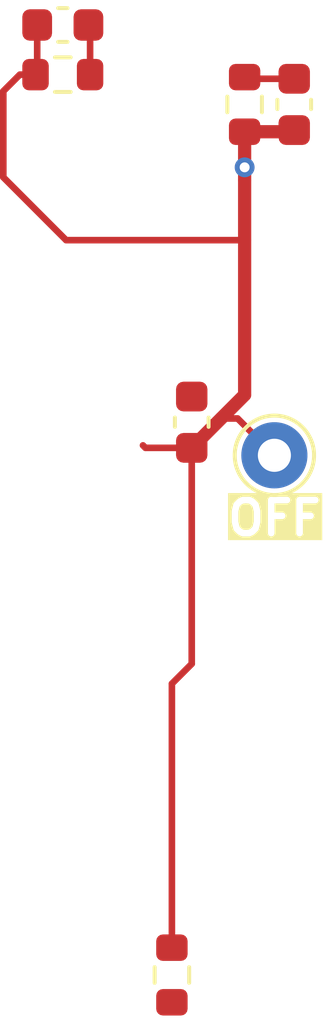
<source format=kicad_pcb>
(kicad_pcb (version 20241229) (generator "pcbnew") (generator_version "9.0")
  (layers (0 "F.Cu" signal) (2 "B.Cu" signal) (13 "F.Paste" user) (15 "B.Paste" user) (5 "F.SilkS" user "F.Silkscreen") (7 "B.SilkS" user "B.Silkscreen") (1 "F.Mask" user) (3 "B.Mask" user) (25 "Edge.Cuts" user))
  (net 0 "")
  (net 1 "GND")
  (net 2 "VOFF")
  (net 3 "Net-(U3-+)")
  (net 4 "Net-(U4-+)")
  (net 5 "/DCDC/FB")
  (footprint "Capacitor_SMD:C_0603_1608Metric" (layer "F.Cu") (at 142.1275 103.9275 180)
    (property "Reference" "C39" (hide yes))
    (property "Value" "??" (hide yes))
    (fp_line (start -0.14058 0.51) (end 0.14058 0.51) (stroke (width 0.12)) (layer "F.SilkS"))
    (fp_line (start -0.14058 -0.51) (end 0.14058 -0.51) (stroke (width 0.12)) (layer "F.SilkS"))
    (pad "1" smd roundrect (at -0.775 0 180) (size 0.9 0.95) (layers "F.Cu" "F.Mask" "F.Paste") (net 5 "/DCDC/FB"))
    (pad "2" smd roundrect (at 0.775 0 180) (size 0.9 0.95) (layers "F.Cu" "F.Mask" "F.Paste") (net 2 "VOFF"))
  )
  (footprint "meteopress_footprints:TestPoint_THTPad_D2.0mm_Drill1.0mm" (layer "F.Cu") (at 148.5275 116.9275 90)
    (property "Reference" "TP13" (hide yes))
    (property "Value" "OFF" (at -1.9 0 180) (layer "F.SilkS" knockout) (effects (font (thickness 0.2))))
    (fp_circle (center 0 0) (end 0 1.2) (stroke (width 0.12)) (fill no) (layer "F.SilkS"))
    (pad "1" thru_hole circle (at 0 0 90) (size 2 2) (drill 1) (layers "*.Cu" "*.Mask") (net 2 "VOFF"))
  )
  (footprint "Capacitor_SMD:C_0603_1608Metric" (layer "F.Cu") (at 146.0275 115.9275 90)
    (property "Reference" "C42" (hide yes))
    (property "Value" "10n")
    (fp_line (start -0.14058 -0.51) (end 0.14058 -0.51) (stroke (width 0.12)) (layer "F.SilkS"))
    (fp_line (start -0.14058 0.51) (end 0.14058 0.51) (stroke (width 0.12)) (layer "F.SilkS"))
    (pad "1" smd roundrect (at -0.775 0 90) (size 0.9 0.95) (layers "F.Cu" "F.Mask" "F.Paste") (net 2 "VOFF"))
    (pad "2" smd roundrect (at 0.775 0 90) (size 0.9 0.95) (layers "F.Cu" "F.Mask" "F.Paste") (net 1 "GND"))
  )
  (footprint "Resistor_SMD:R_0603_1608Metric" (layer "F.Cu") (at 145.4275 132.6275 -90)
    (property "Reference" "R44" (hide yes))
    (property "Value" "10k")
    (fp_line (start -0.237258 0.5225) (end 0.237258 0.5225) (stroke (width 0.12)) (layer "F.SilkS"))
    (fp_line (start -0.237258 -0.5225) (end 0.237258 -0.5225) (stroke (width 0.12)) (layer "F.SilkS"))
    (pad "1" smd roundrect (at -0.825 0 270) (size 0.8 0.95) (layers "F.Cu" "F.Mask" "F.Paste") (net 2 "VOFF"))
    (pad "2" smd roundrect (at 0.825 0 270) (size 0.8 0.95) (layers "F.Cu" "F.Mask" "F.Paste") (net 3 "Net-(U3-+)"))
  )
  (footprint "Resistor_SMD:R_0603_1608Metric" (layer "F.Cu") (at 142.1275 105.4275)
    (property "Reference" "R7" (hide yes))
    (property "Value" "1k" (hide yes))
    (fp_line (start -0.237258 -0.5225) (end 0.237258 -0.5225) (stroke (width 0.12)) (layer "F.SilkS"))
    (fp_line (start -0.237258 0.5225) (end 0.237258 0.5225) (stroke (width 0.12)) (layer "F.SilkS"))
    (pad "1" smd roundrect (at -0.825 0) (size 0.8 0.95) (layers "F.Cu" "F.Mask" "F.Paste") (net 2 "VOFF"))
    (pad "2" smd roundrect (at 0.825 0) (size 0.8 0.95) (layers "F.Cu" "F.Mask" "F.Paste") (net 5 "/DCDC/FB"))
  )
  (footprint "Capacitor_SMD:C_0603_1608Metric" (layer "F.Cu") (at 149.1275 106.3275 -90)
    (property "Reference" "C35" (hide yes))
    (property "Value" "1n")
    (fp_line (start -0.14058 0.51) (end 0.14058 0.51) (stroke (width 0.12)) (layer "F.SilkS"))
    (fp_line (start -0.14058 -0.51) (end 0.14058 -0.51) (stroke (width 0.12)) (layer "F.SilkS"))
    (pad "1" smd roundrect (at -0.775 0 270) (size 0.9 0.95) (layers "F.Cu" "F.Mask" "F.Paste") (net 4 "Net-(U4-+)"))
    (pad "2" smd roundrect (at 0.775 0 270) (size 0.9 0.95) (layers "F.Cu" "F.Mask" "F.Paste") (net 2 "VOFF"))
  )
  (footprint "Resistor_SMD:R_0603_1608Metric" (layer "F.Cu") (at 147.6275 106.3275 90)
    (property "Reference" "R5" (hide yes))
    (property "Value" "10k")
    (fp_line (start -0.237258 -0.5225) (end 0.237258 -0.5225) (stroke (width 0.12)) (layer "F.SilkS"))
    (fp_line (start -0.237258 0.5225) (end 0.237258 0.5225) (stroke (width 0.12)) (layer "F.SilkS"))
    (pad "1" smd roundrect (at -0.825 0 90) (size 0.8 0.95) (layers "F.Cu" "F.Mask" "F.Paste") (net 2 "VOFF"))
    (pad "2" smd roundrect (at 0.825 0 90) (size 0.8 0.95) (layers "F.Cu" "F.Mask" "F.Paste") (net 4 "Net-(U4-+)"))
  )
  (segment (start 149.0775 107.1525) (end 149.1275 107.1025) (width 0.4) (layer "F.Cu") (net 2))
  (segment (start 145.4275 123.8275) (end 145.4275 131.8025) (width 0.2) (layer "F.Cu") (net 2))
  (segment (start 140.3275 105.9275) (end 140.3275 108.5275) (width 0.2) (layer "F.Cu") (net 2))
  (segment (start 147.6275 110.4275) (end 147.6275 108.6275) (width 0.4) (layer "F.Cu") (net 2))
  (segment (start 148.5275 116.9275) (end 147.415 115.815) (width 0.2) (layer "F.Cu") (net 2))
  (segment (start 141.3525 103.9275) (end 141.3525 105.3775) (width 0.2) (layer "F.Cu") (net 2))
  (segment (start 144.6275 116.7025) (end 144.5525 116.6275) (width 0.2) (layer "F.Cu") (net 2))
  (segment (start 142.2275 110.4275) (end 147.6275 110.4275) (width 0.2) (layer "F.Cu") (net 2))
  (segment (start 146.915 115.815) (end 147.6275 115.1025) (width 0.4) (layer "F.Cu") (net 2))
  (segment (start 141.3025 105.4275) (end 140.8275 105.4275) (width 0.2) (layer "F.Cu") (net 2))
  (segment (start 146.0275 116.7025) (end 146.915 115.815) (width 0.4) (layer "F.Cu") (net 2))
  (segment (start 146.0275 116.7025) (end 146.0275 123.2275) (width 0.2) (layer "F.Cu") (net 2))
  (segment (start 146.0275 123.2275) (end 145.4275 123.8275) (width 0.2) (layer "F.Cu") (net 2))
  (segment (start 140.3275 108.5275) (end 142.2275 110.4275) (width 0.2) (layer "F.Cu") (net 2))
  (segment (start 140.8275 105.4275) (end 140.3275 105.9275) (width 0.2) (layer "F.Cu") (net 2))
  (segment (start 147.415 115.815) (end 146.915 115.815) (width 0.2) (layer "F.Cu") (net 2))
  (segment (start 147.6275 107.1525) (end 149.0775 107.1525) (width 0.4) (layer "F.Cu") (net 2))
  (segment (start 147.6275 115.1025) (end 147.6275 110.4275) (width 0.4) (layer "F.Cu") (net 2))
  (segment (start 147.6275 108.6275) (end 147.6275 107.1525) (width 0.4) (layer "F.Cu") (net 2))
  (segment (start 141.3525 105.3775) (end 141.3025 105.4275) (width 0.2) (layer "F.Cu") (net 2))
  (segment (start 146.0275 116.7025) (end 144.6275 116.7025) (width 0.2) (layer "F.Cu") (net 2))
  (via (at 147.6275 108.2275) (size 0.6) (drill 0.3) (layers "F.Cu" "B.Cu") (net 2))
  (segment (start 147.6775 105.5525) (end 147.6275 105.5025) (width 0.2) (layer "F.Cu") (net 4))
  (segment (start 147.5025 105.3775) (end 147.6275 105.5025) (width 0.2) (layer "F.Cu") (net 4))
  (segment (start 147.4025 105.2775) (end 147.6275 105.5025) (width 0.2) (layer "F.Cu") (net 4))
  (segment (start 149.1275 105.5525) (end 147.6775 105.5525) (width 0.2) (layer "F.Cu") (net 4))
  (segment (start 142.9525 105.4275) (end 142.9525 103.9775) (width 0.2) (layer "F.Cu") (net 5))
  (segment (start 142.9525 103.9775) (end 142.9025 103.9275) (width 0.2) (layer "F.Cu") (net 5))
)
</source>
